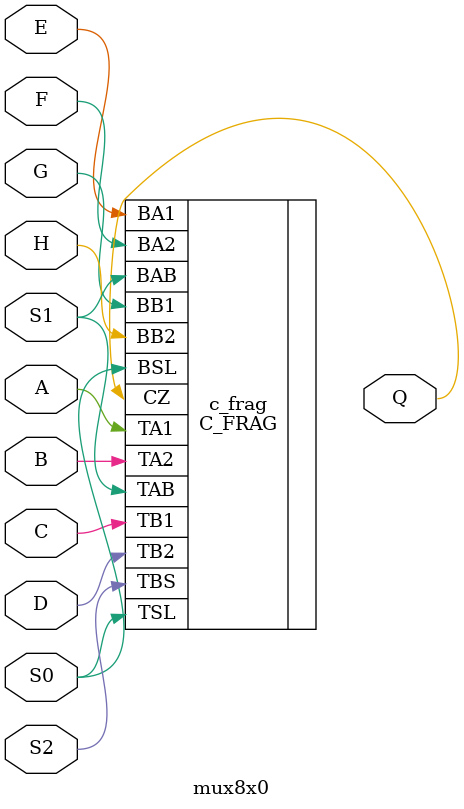
<source format=v>
module mux8x0 (
    output Q,
    input  S0,
    input  S1,
    input  S2,
    input  A,
    input  B,
    input  C,
    input  D,
    input  E,
    input  F,
    input  G,
    input  H
);
  C_FRAG # (
  .TAS1(1'b0),
  .TAS2(1'b0),
  .TBS1(1'b0),
  .TBS2(1'b0),
  .BAS1(1'b0),
  .BAS2(1'b0),
  .BBS1(1'b0),
  .BBS2(1'b0),
  )
  c_frag (
  .TBS(S2),
  .TAB(S1),
  .TSL(S0),
  .TA1(A),
  .TA2(B),
  .TB1(C),
  .TB2(D),
  .BAB(S1),
  .BSL(S0),
  .BA1(E),
  .BA2(F),
  .BB1(G),
  .BB2(H),
  .CZ (Q)
  );
endmodule
</source>
